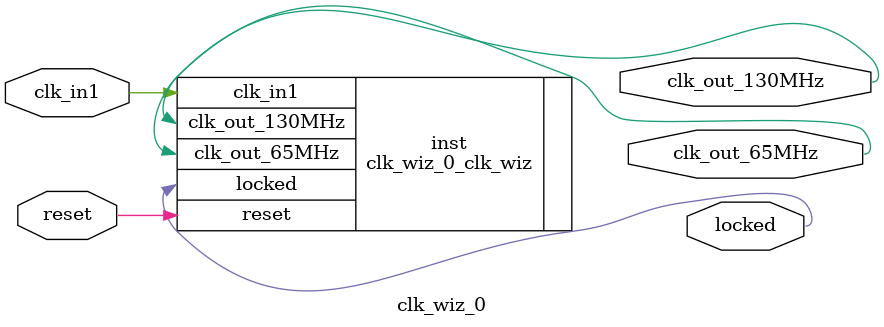
<source format=v>


`timescale 1ps/1ps

(* CORE_GENERATION_INFO = "clk_wiz_0,clk_wiz_v5_4_2_0,{component_name=clk_wiz_0,use_phase_alignment=true,use_min_o_jitter=false,use_max_i_jitter=false,use_dyn_phase_shift=false,use_inclk_switchover=false,use_dyn_reconfig=false,enable_axi=0,feedback_source=FDBK_AUTO,PRIMITIVE=MMCM,num_out_clk=2,clkin1_period=10.000,clkin2_period=10.000,use_power_down=false,use_reset=true,use_locked=true,use_inclk_stopped=false,feedback_type=SINGLE,CLOCK_MGR_TYPE=NA,manual_override=false}" *)

module clk_wiz_0 
 (
  // Clock out ports
  output        clk_out_130MHz,
  output        clk_out_65MHz,
  // Status and control signals
  input         reset,
  output        locked,
 // Clock in ports
  input         clk_in1
 );

  clk_wiz_0_clk_wiz inst
  (
  // Clock out ports  
  .clk_out_130MHz(clk_out_130MHz),
  .clk_out_65MHz(clk_out_65MHz),
  // Status and control signals               
  .reset(reset), 
  .locked(locked),
 // Clock in ports
  .clk_in1(clk_in1)
  );

endmodule

</source>
